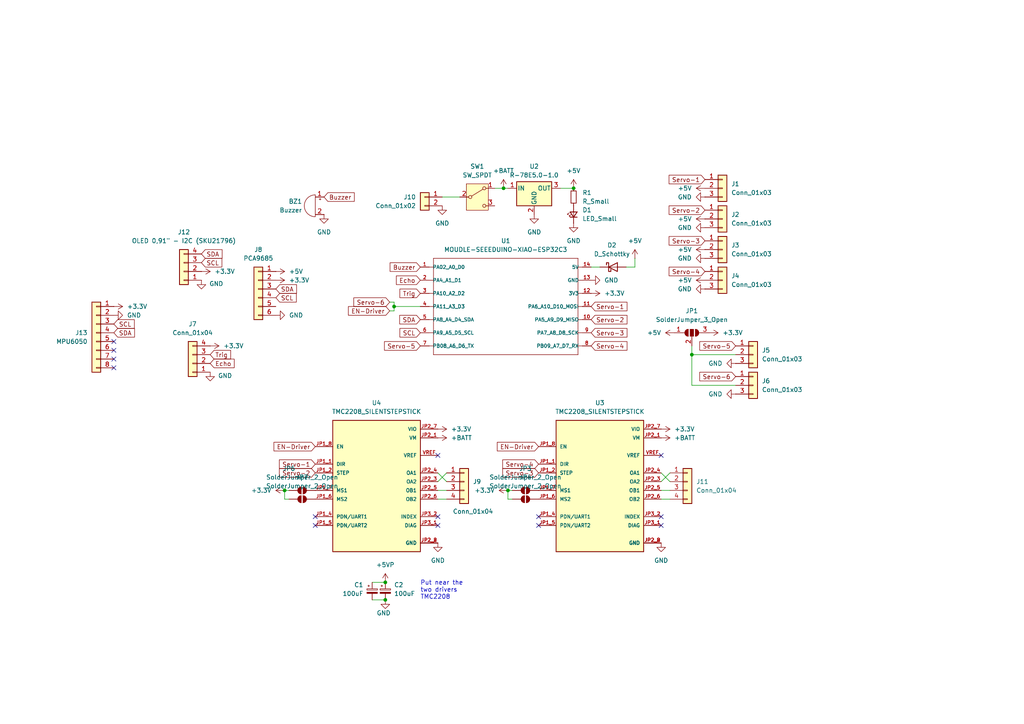
<source format=kicad_sch>
(kicad_sch (version 20231120) (generator "eeschema") (generator_version "8.0")
  (paper "A4")
  (lib_symbols
    (symbol "Connector_Generic:Conn_01x02" (pin_names (offset 1.016) hide)
      (property "Reference" "J" (at 0 2.54 0))
      (property "Value" "Conn_01x02" (at 0 -5.08 0))
      (symbol "Conn_01x02_1_1"
        (rectangle (start -1.27 -2.413) (end 0 -2.667) (stroke (width 0.1524)))
        (rectangle (start -1.27 0.127) (end 0 -0.127) (stroke (width 0.1524)))
        (rectangle (start -1.27 1.27) (end 1.27 -3.81) (stroke (width 0.254)) (fill (type background)))
        (pin passive line (at -5.08 0 0) (length 3.81) (name "Pin_1") (number "1"))
        (pin passive line (at -5.08 -2.54 0) (length 3.81) (name "Pin_2") (number "2"))
      )
    )
    (symbol "Connector_Generic:Conn_01x03" (pin_names (offset 1.016) hide)
      (property "Reference" "J" (at 0 5.08 0))
      (property "Value" "Conn_01x03" (at 0 -5.08 0))
      (symbol "Conn_01x03_1_1"
        (rectangle (start -1.27 -2.413) (end 0 -2.667) (stroke (width 0.1524)))
        (rectangle (start -1.27 0.127) (end 0 -0.127) (stroke (width 0.1524)))
        (rectangle (start -1.27 2.667) (end 0 2.413) (stroke (width 0.1524)))
        (rectangle (start -1.27 3.81) (end 1.27 -3.81) (stroke (width 0.254)) (fill (type background)))
        (pin passive line (at -5.08 2.54 0) (length 3.81) (name "Pin_1") (number "1"))
        (pin passive line (at -5.08 0 0) (length 3.81) (name "Pin_2") (number "2"))
        (pin passive line (at -5.08 -2.54 0) (length 3.81) (name "Pin_3") (number "3"))
      )
    )
    (symbol "Connector_Generic:Conn_01x04" (pin_names (offset 1.016) hide)
      (property "Reference" "J" (at 0 5.08 0))
      (property "Value" "Conn_01x04" (at 0 -7.62 0))
      (symbol "Conn_01x04_1_1"
        (rectangle (start -1.27 -4.953) (end 0 -5.207) (stroke (width 0.1524)))
        (rectangle (start -1.27 -2.413) (end 0 -2.667) (stroke (width 0.1524)))
        (rectangle (start -1.27 0.127) (end 0 -0.127) (stroke (width 0.1524)))
        (rectangle (start -1.27 2.667) (end 0 2.413) (stroke (width 0.1524)))
        (rectangle (start -1.27 3.81) (end 1.27 -6.35) (stroke (width 0.254)) (fill (type background)))
        (pin passive line (at -5.08 2.54 0) (length 3.81) (name "Pin_1") (number "1"))
        (pin passive line (at -5.08 0 0) (length 3.81) (name "Pin_2") (number "2"))
        (pin passive line (at -5.08 -2.54 0) (length 3.81) (name "Pin_3") (number "3"))
        (pin passive line (at -5.08 -5.08 0) (length 3.81) (name "Pin_4") (number "4"))
      )
    )
    (symbol "Connector_Generic:Conn_01x06" (pin_names (offset 1.016) hide)
      (property "Reference" "J" (at 0 7.62 0))
      (property "Value" "Conn_01x06" (at 0 -10.16 0))
      (symbol "Conn_01x06_1_1"
        (rectangle (start -1.27 -7.493) (end 0 -7.747) (stroke (width 0.1524)))
        (rectangle (start -1.27 -4.953) (end 0 -5.207) (stroke (width 0.1524)))
        (rectangle (start -1.27 -2.413) (end 0 -2.667) (stroke (width 0.1524)))
        (rectangle (start -1.27 0.127) (end 0 -0.127) (stroke (width 0.1524)))
        (rectangle (start -1.27 2.667) (end 0 2.413) (stroke (width 0.1524)))
        (rectangle (start -1.27 5.207) (end 0 4.953) (stroke (width 0.1524)))
        (rectangle (start -1.27 6.35) (end 1.27 -8.89) (stroke (width 0.254)) (fill (type background)))
        (pin passive line (at -5.08 5.08 0) (length 3.81) (name "Pin_1") (number "1"))
        (pin passive line (at -5.08 2.54 0) (length 3.81) (name "Pin_2") (number "2"))
        (pin passive line (at -5.08 0 0) (length 3.81) (name "Pin_3") (number "3"))
        (pin passive line (at -5.08 -2.54 0) (length 3.81) (name "Pin_4") (number "4"))
        (pin passive line (at -5.08 -5.08 0) (length 3.81) (name "Pin_5") (number "5"))
        (pin passive line (at -5.08 -7.62 0) (length 3.81) (name "Pin_6") (number "6"))
      )
    )
    (symbol "Connector_Generic:Conn_01x08" (pin_names (offset 1.016) hide)
      (property "Reference" "J" (at 0 10.16 0))
      (property "Value" "Conn_01x08" (at 0 -12.7 0))
      (symbol "Conn_01x08_1_1"
        (rectangle (start -1.27 -10.033) (end 0 -10.287) (stroke (width 0.1524)))
        (rectangle (start -1.27 -7.493) (end 0 -7.747) (stroke (width 0.1524)))
        (rectangle (start -1.27 -4.953) (end 0 -5.207) (stroke (width 0.1524)))
        (rectangle (start -1.27 -2.413) (end 0 -2.667) (stroke (width 0.1524)))
        (rectangle (start -1.27 0.127) (end 0 -0.127) (stroke (width 0.1524)))
        (rectangle (start -1.27 2.667) (end 0 2.413) (stroke (width 0.1524)))
        (rectangle (start -1.27 5.207) (end 0 4.953) (stroke (width 0.1524)))
        (rectangle (start -1.27 7.747) (end 0 7.493) (stroke (width 0.1524)))
        (rectangle (start -1.27 8.89) (end 1.27 -11.43) (stroke (width 0.254)) (fill (type background)))
        (pin passive line (at -5.08 7.62 0) (length 3.81) (name "Pin_1") (number "1"))
        (pin passive line (at -5.08 5.08 0) (length 3.81) (name "Pin_2") (number "2"))
        (pin passive line (at -5.08 2.54 0) (length 3.81) (name "Pin_3") (number "3"))
        (pin passive line (at -5.08 0 0) (length 3.81) (name "Pin_4") (number "4"))
        (pin passive line (at -5.08 -2.54 0) (length 3.81) (name "Pin_5") (number "5"))
        (pin passive line (at -5.08 -5.08 0) (length 3.81) (name "Pin_6") (number "6"))
        (pin passive line (at -5.08 -7.62 0) (length 3.81) (name "Pin_7") (number "7"))
        (pin passive line (at -5.08 -10.16 0) (length 3.81) (name "Pin_8") (number "8"))
      )
    )
    (symbol "Device:Buzzer" (pin_names (offset 0.0254) hide)
      (property "Reference" "BZ" (at 3.81 1.27 0))
      (property "Value" "Buzzer" (at 3.81 -1.27 0))
      (symbol "Buzzer_0_1"
        (arc (start 0 -3.175) (mid 3.1612 0) (end 0 3.175))
        (polyline (pts (xy -1.651 1.905) (xy -1.143 1.905)))
        (polyline (pts (xy -1.397 2.159) (xy -1.397 1.651)))
        (polyline (pts (xy 0 3.175) (xy 0 -3.175)))
      )
      (symbol "Buzzer_1_1"
        (pin passive line (at -2.54 2.54 0) (length 2.54) (name "+") (number "1"))
        (pin passive line (at -2.54 -2.54 0) (length 2.54) (name "-") (number "2"))
      )
    )
    (symbol "Device:C_Polarized_Small" (pin_numbers hide) (pin_names (offset 0.254) hide)
      (property "Reference" "C" (at 0.254 1.778 0))
      (property "Value" "C_Polarized_Small" (at 0.254 -2.032 0))
      (symbol "C_Polarized_Small_0_1"
        (rectangle (start -1.524 -0.3048) (end 1.524 -0.6858) (fill (type outline)))
        (rectangle (start -1.524 0.6858) (end 1.524 0.3048))
        (polyline (pts (xy -1.27 1.524) (xy -0.762 1.524)))
        (polyline (pts (xy -1.016 1.27) (xy -1.016 1.778)))
      )
      (symbol "C_Polarized_Small_1_1"
        (pin passive line (at 0 2.54 270) (length 1.8542) (name "~") (number "1"))
        (pin passive line (at 0 -2.54 90) (length 1.8542) (name "~") (number "2"))
      )
    )
    (symbol "Device:D_Schottky" (pin_numbers hide) (pin_names (offset 1.016) hide)
      (property "Reference" "D" (at 0 2.54 0))
      (property "Value" "D_Schottky" (at 0 -2.54 0))
      (symbol "D_Schottky_0_1"
        (polyline (pts (xy 1.27 0) (xy -1.27 0)))
        (polyline (pts (xy 1.27 1.27) (xy 1.27 -1.27) (xy -1.27 0) (xy 1.27 1.27)) (stroke (width 0.254)))
        (polyline (pts (xy -1.905 0.635) (xy -1.905 1.27) (xy -1.27 1.27) (xy -1.27 -1.27) (xy -0.635 -1.27) (xy -0.635 -0.635)) (stroke (width 0.254)))
      )
      (symbol "D_Schottky_1_1"
        (pin passive line (at -3.81 0 0) (length 2.54) (name "K") (number "1"))
        (pin passive line (at 3.81 0 180) (length 2.54) (name "A") (number "2"))
      )
    )
    (symbol "Device:LED_Small" (pin_numbers hide) (pin_names (offset 0.254) hide)
      (property "Reference" "D" (at -1.27 3.175 0))
      (property "Value" "LED_Small" (at -4.445 -2.54 0))
      (symbol "LED_Small_0_1"
        (polyline (pts (xy -0.762 -1.016) (xy -0.762 1.016)) (stroke (width 0.254)))
        (polyline (pts (xy 1.016 0) (xy -0.762 0)))
        (polyline (pts (xy 0.762 -1.016) (xy -0.762 0) (xy 0.762 1.016) (xy 0.762 -1.016)) (stroke (width 0.254)))
        (polyline (pts (xy 0 0.762) (xy -0.508 1.27) (xy -0.254 1.27) (xy -0.508 1.27) (xy -0.508 1.016)))
        (polyline (pts (xy 0.508 1.27) (xy 0 1.778) (xy 0.254 1.778) (xy 0 1.778) (xy 0 1.524)))
      )
      (symbol "LED_Small_1_1"
        (pin passive line (at -2.54 0 0) (length 1.778) (name "K") (number "1"))
        (pin passive line (at 2.54 0 180) (length 1.778) (name "A") (number "2"))
      )
    )
    (symbol "Device:R_Small" (pin_numbers hide) (pin_names (offset 0.254) hide)
      (property "Reference" "R" (at 0.762 0.508 0))
      (property "Value" "R_Small" (at 0.762 -1.016 0))
      (symbol "R_Small_0_1"
        (rectangle (start -0.762 1.778) (end 0.762 -1.778) (stroke (width 0.2032)))
      )
      (symbol "R_Small_1_1"
        (pin passive line (at 0 2.54 270) (length 0.762) (name "~") (number "1"))
        (pin passive line (at 0 -2.54 90) (length 0.762) (name "~") (number "2"))
      )
    )
    (symbol "Jumper:SolderJumper_2_Open" (pin_numbers hide) (pin_names (offset 0) hide) (exclude_from_sim yes) (in_bom no)
      (property "Reference" "JP" (at 0 2.032 0))
      (property "Value" "SolderJumper_2_Open" (at 0 -2.54 0))
      (symbol "SolderJumper_2_Open_0_1"
        (arc (start -0.254 1.016) (mid -1.2656 0) (end -0.254 -1.016))
        (arc (start -0.254 1.016) (mid -1.2656 0) (end -0.254 -1.016) (fill (type outline)))
        (polyline (pts (xy -0.254 1.016) (xy -0.254 -1.016)))
        (polyline (pts (xy 0.254 1.016) (xy 0.254 -1.016)))
        (arc (start 0.254 -1.016) (mid 1.2656 0) (end 0.254 1.016))
        (arc (start 0.254 -1.016) (mid 1.2656 0) (end 0.254 1.016) (fill (type outline)))
      )
      (symbol "SolderJumper_2_Open_1_1"
        (pin passive line (at -3.81 0 0) (length 2.54) (name "A") (number "1"))
        (pin passive line (at 3.81 0 180) (length 2.54) (name "B") (number "2"))
      )
    )
    (symbol "Jumper:SolderJumper_3_Open" (pin_names (offset 0) hide) (exclude_from_sim yes) (in_bom no)
      (property "Reference" "JP" (at -2.54 -2.54 0))
      (property "Value" "SolderJumper_3_Open" (at 0 2.794 0))
      (symbol "SolderJumper_3_Open_0_1"
        (arc (start -1.016 1.016) (mid -2.0276 0) (end -1.016 -1.016))
        (arc (start -1.016 1.016) (mid -2.0276 0) (end -1.016 -1.016) (fill (type outline)))
        (rectangle (start -0.508 1.016) (end 0.508 -1.016) (fill (type outline)))
        (polyline (pts (xy -2.54 0) (xy -2.032 0)))
        (polyline (pts (xy -1.016 1.016) (xy -1.016 -1.016)))
        (polyline (pts (xy 0 -1.27) (xy 0 -1.016)))
        (polyline (pts (xy 1.016 1.016) (xy 1.016 -1.016)))
        (polyline (pts (xy 2.54 0) (xy 2.032 0)))
        (arc (start 1.016 -1.016) (mid 2.0276 0) (end 1.016 1.016))
        (arc (start 1.016 -1.016) (mid 2.0276 0) (end 1.016 1.016) (fill (type outline)))
      )
      (symbol "SolderJumper_3_Open_1_1"
        (pin passive line (at -5.08 0 0) (length 2.54) (name "A") (number "1"))
        (pin passive line (at 0 -3.81 90) (length 2.54) (name "C") (number "2"))
        (pin passive line (at 5.08 0 180) (length 2.54) (name "B") (number "3"))
      )
    )
    (symbol "MOUDLE-SEEEDUINO-XIAO-ESP32C3:MOUDLE-SEEEDUINO-XIAO-ESP32C3" (pin_names (offset 1.016))
      (property "Reference" "U" (at -21.59 15.24 0))
      (property "Value" "MOUDLE-SEEEDUINO-XIAO-ESP32C3" (at -21.59 13.97 0))
      (symbol "MOUDLE-SEEEDUINO-XIAO-ESP32C3_0_0"
        (polyline (pts (xy -21.59 -13.97) (xy -21.59 0)) (stroke (width 0.1524)))
        (polyline (pts (xy -21.59 -11.43) (xy -22.86 -11.43)) (stroke (width 0.1524)))
        (polyline (pts (xy -21.59 -7.62) (xy -22.86 -7.62)) (stroke (width 0.1524)))
        (polyline (pts (xy -21.59 -3.81) (xy -22.86 -3.81)) (stroke (width 0.1524)))
        (polyline (pts (xy -21.59 0) (xy -22.86 0)) (stroke (width 0.1524)))
        (polyline (pts (xy -21.59 0) (xy -21.59 3.81)) (stroke (width 0.1524)))
        (polyline (pts (xy -21.59 3.81) (xy -22.86 3.81)) (stroke (width 0.1524)))
        (polyline (pts (xy -21.59 3.81) (xy -21.59 7.62)) (stroke (width 0.1524)))
        (polyline (pts (xy -21.59 7.62) (xy -22.86 7.62)) (stroke (width 0.1524)))
        (polyline (pts (xy -21.59 7.62) (xy -21.59 11.43)) (stroke (width 0.1524)))
        (polyline (pts (xy -21.59 11.43) (xy -22.86 11.43)) (stroke (width 0.1524)))
        (polyline (pts (xy -21.59 11.43) (xy -21.59 13.97)) (stroke (width 0.1524)))
        (polyline (pts (xy -21.59 13.97) (xy 20.32 13.97)) (stroke (width 0.1524)))
        (polyline (pts (xy 20.32 -13.97) (xy -21.59 -13.97)) (stroke (width 0.1524)))
        (polyline (pts (xy 20.32 3.81) (xy 20.32 -13.97)) (stroke (width 0.1524)))
        (polyline (pts (xy 20.32 7.62) (xy 20.32 3.81)) (stroke (width 0.1524)))
        (polyline (pts (xy 20.32 11.43) (xy 20.32 7.62)) (stroke (width 0.1524)))
        (polyline (pts (xy 20.32 13.97) (xy 20.32 11.43)) (stroke (width 0.1524)))
        (polyline (pts (xy 21.59 -11.43) (xy 20.32 -11.43)) (stroke (width 0.1524)))
        (polyline (pts (xy 21.59 -7.62) (xy 20.32 -7.62)) (stroke (width 0.1524)))
        (polyline (pts (xy 21.59 -3.81) (xy 20.32 -3.81)) (stroke (width 0.1524)))
        (polyline (pts (xy 21.59 0) (xy 20.32 0)) (stroke (width 0.1524)))
        (polyline (pts (xy 21.59 3.81) (xy 20.32 3.81)) (stroke (width 0.1524)))
        (polyline (pts (xy 21.59 7.62) (xy 20.32 7.62)) (stroke (width 0.1524)))
        (polyline (pts (xy 21.59 11.43) (xy 20.32 11.43)) (stroke (width 0.1524)))
        (pin bidirectional line (at -25.4 11.43 0) (length 2.54) (name "PA02_A0_D0") (number "1"))
        (pin bidirectional line (at 24.13 -3.81 180) (length 2.54) (name "PA5_A9_D9_MISO") (number "10"))
        (pin bidirectional line (at 24.13 0 180) (length 2.54) (name "PA6_A10_D10_MOSI") (number "11"))
        (pin bidirectional line (at 24.13 3.81 180) (length 2.54) (name "3V3") (number "12"))
        (pin bidirectional line (at 24.13 7.62 180) (length 2.54) (name "GND") (number "13"))
        (pin bidirectional line (at 24.13 11.43 180) (length 2.54) (name "5V") (number "14"))
        (pin bidirectional line (at -25.4 7.62 0) (length 2.54) (name "PA4_A1_D1") (number "2"))
        (pin bidirectional line (at -25.4 3.81 0) (length 2.54) (name "PA10_A2_D2") (number "3"))
        (pin bidirectional line (at -25.4 0 0) (length 2.54) (name "PA11_A3_D3") (number "4"))
        (pin bidirectional line (at -25.4 -3.81 0) (length 2.54) (name "PA8_A4_D4_SDA") (number "5"))
        (pin bidirectional line (at -25.4 -7.62 0) (length 2.54) (name "PA9_A5_D5_SCL") (number "6"))
        (pin bidirectional line (at -25.4 -11.43 0) (length 2.54) (name "PB08_A6_D6_TX") (number "7"))
        (pin bidirectional line (at 24.13 -11.43 180) (length 2.54) (name "PB09_A7_D7_RX") (number "8"))
        (pin bidirectional line (at 24.13 -7.62 180) (length 2.54) (name "PA7_A8_D8_SCK") (number "9"))
      )
    )
    (symbol "Regulator_Switching:R-78E5.0-1.0" (pin_names (offset 0.254))
      (property "Reference" "U" (at -3.81 3.175 0))
      (property "Value" "R-78E5.0-1.0" (at 0 3.175 0))
      (symbol "R-78E5.0-1.0_0_1"
        (rectangle (start -5.08 1.905) (end 5.08 -5.08) (stroke (width 0.254)) (fill (type background)))
      )
      (symbol "R-78E5.0-1.0_1_1"
        (pin power_in line (at -7.62 0 0) (length 2.54) (name "IN") (number "1"))
        (pin power_in line (at 0 -7.62 90) (length 2.54) (name "GND") (number "2"))
        (pin power_out line (at 7.62 0 180) (length 2.54) (name "OUT") (number "3"))
      )
    )
    (symbol "Switch:SW_SPDT" (pin_names (offset 0) hide)
      (property "Reference" "SW" (at 0 5.08 0))
      (property "Value" "SW_SPDT" (at 0 -5.08 0))
      (symbol "SW_SPDT_0_1"
        (circle (center -2.032 0) (radius 0.4572))
        (polyline (pts (xy -1.651 0.254) (xy 1.651 2.286)))
        (circle (center 2.032 -2.54) (radius 0.4572))
        (circle (center 2.032 2.54) (radius 0.4572))
      )
      (symbol "SW_SPDT_1_1"
        (rectangle (start -3.175 3.81) (end 3.175 -3.81) (fill (type background)))
        (pin passive line (at 5.08 2.54 180) (length 2.54) (name "A") (number "1"))
        (pin passive line (at -5.08 0 0) (length 2.54) (name "B") (number "2"))
        (pin passive line (at 5.08 -2.54 180) (length 2.54) (name "C") (number "3"))
      )
    )
    (symbol "TMC2208_SILENTSTEPSTICK:TMC2208_SILENTSTEPSTICK" (pin_names (offset 1.016))
      (property "Reference" "U" (at -12.7 19.05 0))
      (property "Value" "TMC2208_SILENTSTEPSTICK" (at -12.7 -22.86 0))
      (symbol "TMC2208_SILENTSTEPSTICK_0_0"
        (rectangle (start -12.7 -20.32) (end 12.7 17.78) (stroke (width 0.254)) (fill (type background)))
        (pin input line (at -17.78 5.08 0) (length 5.08) (name "DIR") (number "JP1_1"))
        (pin input line (at -17.78 2.54 0) (length 5.08) (name "STEP") (number "JP1_2"))
        (pin bidirectional line (at -17.78 -10.16 0) (length 5.08) (name "PDN/UART1") (number "JP1_4"))
        (pin bidirectional line (at -17.78 -12.7 0) (length 5.08) (name "PDN/UART2") (number "JP1_5"))
        (pin input line (at -17.78 -5.08 0) (length 5.08) (name "MS2") (number "JP1_6"))
        (pin input line (at -17.78 -2.54 0) (length 5.08) (name "MS1") (number "JP1_7"))
        (pin input line (at -17.78 10.16 0) (length 5.08) (name "EN") (number "JP1_8"))
        (pin power_in line (at 17.78 12.7 180) (length 5.08) (name "VM") (number "JP2_1"))
        (pin power_in line (at 17.78 -17.78 180) (length 5.08) (name "GND") (number "JP2_2"))
        (pin passive line (at 17.78 0 180) (length 5.08) (name "OA2") (number "JP2_3"))
        (pin passive line (at 17.78 2.54 180) (length 5.08) (name "OA1") (number "JP2_4"))
        (pin passive line (at 17.78 -2.54 180) (length 5.08) (name "OB1") (number "JP2_5"))
        (pin passive line (at 17.78 -5.08 180) (length 5.08) (name "OB2") (number "JP2_6"))
        (pin power_in line (at 17.78 15.24 180) (length 5.08) (name "VIO") (number "JP2_7"))
        (pin power_in line (at 17.78 -17.78 180) (length 5.08) (name "GND") (number "JP2_8"))
        (pin output line (at 17.78 -12.7 180) (length 5.08) (name "DIAG") (number "JP3_1"))
        (pin output line (at 17.78 -10.16 180) (length 5.08) (name "INDEX") (number "JP3_2"))
        (pin passive line (at 17.78 7.62 180) (length 5.08) (name "VREF") (number "VREF"))
      )
    )
    (symbol "power:+3.3V" (power) (pin_numbers hide) (pin_names (offset 0) hide)
      (property "Value" "+3.3V" (at 0 3.556 0))
      (symbol "+3.3V_0_1"
        (polyline (pts (xy -0.762 1.27) (xy 0 2.54)))
        (polyline (pts (xy 0 0) (xy 0 2.54)))
        (polyline (pts (xy 0 2.54) (xy 0.762 1.27)))
      )
      (symbol "+3.3V_1_1"
        (pin power_in line (at 0 0 90) (length 0) (name "~") (number "1"))
      )
    )
    (symbol "power:+5V" (power) (pin_numbers hide) (pin_names (offset 0) hide)
      (property "Value" "+5V" (at 0 3.556 0))
      (symbol "+5V_0_1"
        (polyline (pts (xy -0.762 1.27) (xy 0 2.54)))
        (polyline (pts (xy 0 0) (xy 0 2.54)))
        (polyline (pts (xy 0 2.54) (xy 0.762 1.27)))
      )
      (symbol "+5V_1_1"
        (pin power_in line (at 0 0 90) (length 0) (name "~") (number "1"))
      )
    )
    (symbol "power:+5VP" (power) (pin_names (offset 0))
      (property "Value" "+5VP" (at 0 3.556 0))
      (symbol "+5VP_0_1"
        (polyline (pts (xy -0.762 1.27) (xy 0 2.54)))
        (polyline (pts (xy 0 0) (xy 0 2.54)))
        (polyline (pts (xy 0 2.54) (xy 0.762 1.27)))
      )
      (symbol "+5VP_1_1"
        (pin power_in line (at 0 0 90) (length 0) hide (name "+5VP") (number "1"))
      )
    )
    (symbol "power:+BATT" (power) (pin_numbers hide) (pin_names (offset 0) hide)
      (property "Value" "+BATT" (at 0 3.556 0))
      (symbol "+BATT_0_1"
        (polyline (pts (xy -0.762 1.27) (xy 0 2.54)))
        (polyline (pts (xy 0 0) (xy 0 2.54)))
        (polyline (pts (xy 0 2.54) (xy 0.762 1.27)))
      )
      (symbol "+BATT_1_1"
        (pin power_in line (at 0 0 90) (length 0) (name "~") (number "1"))
      )
    )
    (symbol "power:GND" (power) (pin_numbers hide) (pin_names (offset 0) hide)
      (property "Value" "GND" (at 0 -3.81 0))
      (symbol "GND_0_1"
        (polyline (pts (xy 0 0) (xy 0 -1.27) (xy 1.27 -1.27) (xy 0 -2.54) (xy -1.27 -1.27) (xy 0 -1.27)))
      )
      (symbol "GND_1_1"
        (pin power_in line (at 0 0 270) (length 0) (name "~") (number "1"))
      )
    )
  )
  (junction (at 111.76 173.99))
  (junction (at 111.76 168.91))
  (junction (at 114.3 88.9))
  (junction (at 200.66 102.87))
  (junction (at 146.05 54.61))
  (junction (at 82.55 142.24))
  (junction (at 166.37 54.61))
  (junction (at 147.32 142.24))
  (no_connect (at 127 149.86))
  (no_connect (at 127 132.08))
  (no_connect (at 33.02 101.6))
  (no_connect (at 33.02 104.14))
  (no_connect (at 191.77 132.08))
  (no_connect (at 191.77 152.4))
  (no_connect (at 33.02 99.06))
  (no_connect (at 191.77 149.86))
  (no_connect (at 156.21 152.4))
  (no_connect (at 91.44 152.4))
  (no_connect (at 156.21 149.86))
  (no_connect (at 127 152.4))
  (no_connect (at 91.44 149.86))
  (no_connect (at 33.02 106.68))
  (wire (pts (xy 166.37 54.61) (xy 162.56 54.61)))
  (wire (pts (xy 146.05 54.61) (xy 147.32 54.61)))
  (wire (pts (xy 129.54 144.78) (xy 127 144.78)))
  (wire (pts (xy 147.32 142.24) (xy 148.59 142.24)))
  (wire (pts (xy 128.27 57.15) (xy 133.35 57.15)))
  (wire (pts (xy 184.15 77.47) (xy 184.15 74.93)))
  (wire (pts (xy 213.36 102.87) (xy 200.66 102.87)))
  (wire (pts (xy 213.36 111.76) (xy 200.66 111.76)))
  (wire (pts (xy 114.3 88.9) (xy 121.92 88.9)))
  (wire (pts (xy 147.32 144.78) (xy 148.59 144.78)))
  (wire (pts (xy 171.45 77.47) (xy 173.99 77.47)))
  (wire (pts (xy 147.32 142.24) (xy 147.32 144.78)))
  (wire (pts (xy 194.31 144.78) (xy 191.77 144.78)))
  (wire (pts (xy 114.3 87.63) (xy 114.3 88.9)))
  (wire (pts (xy 107.95 173.99) (xy 111.76 173.99)))
  (wire (pts (xy 181.61 77.47) (xy 184.15 77.47)))
  (wire (pts (xy 194.31 142.24) (xy 191.77 142.24)))
  (wire (pts (xy 129.54 142.24) (xy 127 142.24)))
  (wire (pts (xy 113.03 90.17) (xy 114.3 90.17)))
  (wire (pts (xy 200.66 102.87) (xy 200.66 100.33)))
  (wire (pts (xy 113.03 87.63) (xy 114.3 87.63)))
  (wire (pts (xy 127 139.7) (xy 129.54 137.16)))
  (wire (pts (xy 82.55 142.24) (xy 82.55 144.78)))
  (wire (pts (xy 127 137.16) (xy 129.54 139.7)))
  (wire (pts (xy 82.55 142.24) (xy 83.82 142.24)))
  (wire (pts (xy 143.51 54.61) (xy 146.05 54.61)))
  (wire (pts (xy 107.95 168.91) (xy 111.76 168.91)))
  (wire (pts (xy 191.77 139.7) (xy 194.31 137.16)))
  (wire (pts (xy 114.3 88.9) (xy 114.3 90.17)))
  (wire (pts (xy 200.66 111.76) (xy 200.66 102.87)))
  (wire (pts (xy 82.55 144.78) (xy 83.82 144.78)))
  (wire (pts (xy 191.77 137.16) (xy 194.31 139.7)))
  (text "Put near the \ntwo drivers\nTMC2208" (at 121.92 173.99 0) (effects (font (size 1.27 1.27)) (justify left bottom)))
  (global_label "SCL" (shape input) (at 80.01 86.36 0) (property "Intersheetrefs" "${INTERSHEET_REFS}" (effects (hide yes))))
  (global_label "Servo-5" (shape input) (at 121.92 100.33 180) (property "Intersheetrefs" "${INTERSHEET_REFS}" (effects (hide yes))))
  (global_label "Servo-6" (shape input) (at 113.03 87.63 180) (property "Intersheetrefs" "${INTERSHEET_REFS}" (effects (hide yes))))
  (global_label "SCL" (shape input) (at 58.42 76.2 0) (property "Intersheetrefs" "${INTERSHEET_REFS}" (effects (hide yes))))
  (global_label "EN-Driver" (shape input) (at 113.03 90.17 180) (property "Intersheetrefs" "${INTERSHEET_REFS}" (effects (hide yes))))
  (global_label "Servo-4" (shape input) (at 156.21 134.62 180) (property "Intersheetrefs" "${INTERSHEET_REFS}" (effects (hide yes))))
  (global_label "Servo-1" (shape input) (at 91.44 134.62 180) (property "Intersheetrefs" "${INTERSHEET_REFS}" (effects (hide yes))))
  (global_label "Trig" (shape input) (at 60.96 102.87 0) (property "Intersheetrefs" "${INTERSHEET_REFS}" (effects (hide yes))))
  (global_label "SDA" (shape input) (at 80.01 83.82 0) (property "Intersheetrefs" "${INTERSHEET_REFS}" (effects (hide yes))))
  (global_label "SDA" (shape input) (at 33.02 96.52 0) (property "Intersheetrefs" "${INTERSHEET_REFS}" (effects (hide yes))))
  (global_label "Servo-4" (shape input) (at 204.47 78.74 180) (property "Intersheetrefs" "${INTERSHEET_REFS}" (effects (hide yes))))
  (global_label "Servo-2" (shape input) (at 204.47 60.96 180) (property "Intersheetrefs" "${INTERSHEET_REFS}" (effects (hide yes))))
  (global_label "EN-Driver" (shape input) (at 91.44 129.54 180) (property "Intersheetrefs" "${INTERSHEET_REFS}" (effects (hide yes))))
  (global_label "EN-Driver" (shape input) (at 156.21 129.54 180) (property "Intersheetrefs" "${INTERSHEET_REFS}" (effects (hide yes))))
  (global_label "Servo-2" (shape input) (at 91.44 137.16 180) (property "Intersheetrefs" "${INTERSHEET_REFS}" (effects (hide yes))))
  (global_label "Buzzer" (shape input) (at 121.92 77.47 180) (property "Intersheetrefs" "${INTERSHEET_REFS}" (effects (hide yes))))
  (global_label "Servo-1" (shape input) (at 171.45 88.9 0) (property "Intersheetrefs" "${INTERSHEET_REFS}" (effects (hide yes))))
  (global_label "Servo-1" (shape input) (at 204.47 52.07 180) (property "Intersheetrefs" "${INTERSHEET_REFS}" (effects (hide yes))))
  (global_label "SDA" (shape input) (at 121.92 92.71 180) (property "Intersheetrefs" "${INTERSHEET_REFS}" (effects (hide yes))))
  (global_label "Servo-3" (shape input) (at 204.47 69.85 180) (property "Intersheetrefs" "${INTERSHEET_REFS}" (effects (hide yes))))
  (global_label "Servo-2" (shape input) (at 171.45 92.71 0) (property "Intersheetrefs" "${INTERSHEET_REFS}" (effects (hide yes))))
  (global_label "SCL" (shape input) (at 33.02 93.98 0) (property "Intersheetrefs" "${INTERSHEET_REFS}" (effects (hide yes))))
  (global_label "Servo-6" (shape input) (at 213.36 109.22 180) (property "Intersheetrefs" "${INTERSHEET_REFS}" (effects (hide yes))))
  (global_label "Echo" (shape input) (at 121.92 81.28 180) (property "Intersheetrefs" "${INTERSHEET_REFS}" (effects (hide yes))))
  (global_label "Servo-3" (shape input) (at 156.21 137.16 180) (property "Intersheetrefs" "${INTERSHEET_REFS}" (effects (hide yes))))
  (global_label "Echo" (shape input) (at 60.96 105.41 0) (property "Intersheetrefs" "${INTERSHEET_REFS}" (effects (hide yes))))
  (global_label "Trig" (shape input) (at 121.92 85.09 180) (property "Intersheetrefs" "${INTERSHEET_REFS}" (effects (hide yes))))
  (global_label "SDA" (shape input) (at 58.42 73.66 0) (property "Intersheetrefs" "${INTERSHEET_REFS}" (effects (hide yes))))
  (global_label "Buzzer" (shape input) (at 93.98 57.15 0) (property "Intersheetrefs" "${INTERSHEET_REFS}" (effects (hide yes))))
  (global_label "SCL" (shape input) (at 121.92 96.52 180) (property "Intersheetrefs" "${INTERSHEET_REFS}" (effects (hide yes))))
  (global_label "Servo-4" (shape input) (at 171.45 100.33 0) (property "Intersheetrefs" "${INTERSHEET_REFS}" (effects (hide yes))))
  (global_label "Servo-3" (shape input) (at 171.45 96.52 0) (property "Intersheetrefs" "${INTERSHEET_REFS}" (effects (hide yes))))
  (global_label "Servo-5" (shape input) (at 213.36 100.33 180) (property "Intersheetrefs" "${INTERSHEET_REFS}" (effects (hide yes))))
  (symbol (lib_id "power:GND") (at 58.42 81.28 0) (unit 1)
    (property "Reference" "#PWR032" (effects (hide yes)))
    (property "Value" "GND" (at 62.738 82.296 0))
    (property "Description" "Power symbol creates a global label with name \"GND\" , ground" (effects (hide yes)))
  )
  (symbol (lib_id "power:GND") (at 171.45 81.28 90) (unit 1)
    (property "Reference" "#PWR05" (effects (hide yes)))
    (property "Value" "GND" (at 175.26 81.2799 90) (effects (justify right)))
    (property "Description" "Power symbol creates a global label with name \"GND\" , ground" (effects (hide yes)))
  )
  (symbol (lib_id "Connector_Generic:Conn_01x06") (at 74.93 83.82 0) (mirror y) (unit 1)
    (property "Reference" "J8" (at 74.93 72.39 0))
    (property "Value" "PCA9685" (at 74.93 74.93 0))
    (property "Footprint" "Connector_PinSocket_2.54mm:PinSocket_1x06_P2.54mm_Vertical" (effects (hide yes)))
    (property "Description" "Generic connector, single row, 01x06, script generated (kicad-library-utils/schlib/autogen/connector/)" (effects (hide yes)))
  )
  (symbol (lib_id "Connector_Generic:Conn_01x03") (at 209.55 81.28 0) (unit 1)
    (property "Reference" "J4" (at 212.09 80.0099 0) (effects (justify left)))
    (property "Value" "Conn_01x03" (at 212.09 82.5499 0) (effects (justify left)))
    (property "Footprint" "Connector_PinHeader_2.54mm:PinHeader_1x03_P2.54mm_Vertical" (effects (hide yes)))
    (property "Description" "Generic connector, single row, 01x03, script generated (kicad-library-utils/schlib/autogen/connector/)" (effects (hide yes)))
  )
  (symbol (lib_id "power:+3.3V") (at 58.42 78.74 270) (unit 1)
    (property "Reference" "#PWR031" (effects (hide yes)))
    (property "Value" "+3.3V" (at 62.23 78.7399 90) (effects (justify left)))
    (property "Description" "Power symbol creates a global label with name \"+3.3V\"" (effects (hide yes)))
  )
  (symbol (lib_id "Connector_Generic:Conn_01x03") (at 218.44 111.76 0) (unit 1)
    (property "Reference" "J6" (at 220.98 110.4899 0) (effects (justify left)))
    (property "Value" "Conn_01x03" (at 220.98 113.0299 0) (effects (justify left)))
    (property "Footprint" "Connector_PinHeader_2.54mm:PinHeader_1x03_P2.54mm_Vertical" (effects (hide yes)))
    (property "Description" "Generic connector, single row, 01x03, script generated (kicad-library-utils/schlib/autogen/connector/)" (effects (hide yes)))
  )
  (symbol (lib_id "power:GND") (at 204.47 57.15 270) (unit 1)
    (property "Reference" "#PWR08" (effects (hide yes)))
    (property "Value" "GND" (at 200.66 57.1499 90) (effects (justify right)))
    (property "Description" "Power symbol creates a global label with name \"GND\" , ground" (effects (hide yes)))
  )
  (symbol (lib_id "Connector_Generic:Conn_01x08") (at 27.94 96.52 0) (mirror y) (unit 1)
    (property "Reference" "J13" (at 25.4 96.5199 0) (effects (justify left)))
    (property "Value" "MPU6050" (at 25.4 99.0599 0) (effects (justify left)))
    (property "Footprint" "Connector_PinSocket_2.54mm:PinSocket_1x08_P2.54mm_Vertical" (effects (hide yes)))
    (property "Description" "Generic connector, single row, 01x08, script generated (kicad-library-utils/schlib/autogen/connector/)" (effects (hide yes)))
  )
  (symbol (lib_id "power:GND") (at 204.47 66.04 270) (unit 1)
    (property "Reference" "#PWR010" (effects (hide yes)))
    (property "Value" "GND" (at 200.66 66.0399 90) (effects (justify right)))
    (property "Description" "Power symbol creates a global label with name \"GND\" , ground" (effects (hide yes)))
  )
  (symbol (lib_id "power:GND") (at 154.94 62.23 0) (unit 1)
    (property "Reference" "#PWR03" (effects (hide yes)))
    (property "Value" "GND" (at 154.94 67.31 0))
    (property "Description" "Power symbol creates a global label with name \"GND\" , ground" (effects (hide yes)))
  )
  (symbol (lib_id "Jumper:SolderJumper_3_Open") (at 200.66 96.52 0) (unit 1) (exclude_from_sim yes) (in_bom no)
    (property "Reference" "JP1" (at 200.66 90.17 0))
    (property "Value" "SolderJumper_3_Open" (at 200.66 92.71 0))
    (property "Footprint" "Jumper:SolderJumper-3_P2.0mm_Open_TrianglePad1.0x1.5mm_NumberLabels" (effects (hide yes)))
    (property "Description" "Solder Jumper, 3-pole, open" (effects (hide yes)))
  )
  (symbol (lib_id "power:+3.3V") (at 80.01 81.28 270) (mirror x) (unit 1)
    (property "Reference" "#PWR027" (effects (hide yes)))
    (property "Value" "+3.3V" (at 83.82 81.2801 90) (effects (justify left)))
    (property "Description" "Power symbol creates a global label with name \"+3.3V\"" (effects (hide yes)))
  )
  (symbol (lib_id "Regulator_Switching:R-78E5.0-1.0") (at 154.94 54.61 0) (unit 1)
    (property "Reference" "U2" (at 154.94 48.26 0))
    (property "Value" "R-78E5.0-1.0" (at 154.94 50.8 0))
    (property "Footprint" "Converter_DCDC:Converter_DCDC_RECOM_R-78E-0.5_THT" (effects (hide yes)))
    (property "Datasheet" "https://www.recom-power.com/pdf/Innoline/R-78Exx-1.0.pdf" (effects (hide yes)))
    (property "Description" "1A Step-Down DC/DC-Regulator, 7-28V input, 5V fixed Output Voltage, LM78xx replacement, -40°C to +85°C, SIP3" (effects (hide yes)))
  )
  (symbol (lib_id "Jumper:SolderJumper_2_Open") (at 87.63 142.24 0) (unit 1) (exclude_from_sim yes) (in_bom no)
    (property "Reference" "JP6" (at 83.82 135.89 0))
    (property "Value" "SolderJumper_2_Open" (at 87.63 138.43 0))
    (property "Footprint" "Jumper:SolderJumper-2_P1.3mm_Open_RoundedPad1.0x1.5mm" (effects (hide yes)))
    (property "Description" "Solder Jumper, 2-pole, open" (effects (hide yes)))
  )
  (symbol (lib_id "Device:R_Small") (at 166.37 57.15 0) (unit 1)
    (property "Reference" "R1" (at 168.91 55.8799 0) (effects (justify left)))
    (property "Value" "R_Small" (at 168.91 58.4199 0) (effects (justify left)))
    (property "Footprint" "Resistor_THT:R_Axial_DIN0207_L6.3mm_D2.5mm_P10.16mm_Horizontal" (effects (hide yes)))
    (property "Description" "Resistor, small symbol" (effects (hide yes)))
  )
  (symbol (lib_id "Device:Buzzer") (at 91.44 59.69 0) (mirror y) (unit 1)
    (property "Reference" "BZ1" (at 87.63 58.4199 0) (effects (justify left)))
    (property "Value" "Buzzer" (at 87.63 60.9599 0) (effects (justify left)))
    (property "Footprint" "Buzzer_Beeper:Buzzer_12x9.5RM7.6" (effects (hide yes)))
    (property "Description" "Buzzer, polarized" (effects (hide yes)))
  )
  (symbol (lib_id "power:+3.3V") (at 191.77 124.46 270) (unit 1)
    (property "Reference" "#PWR033" (effects (hide yes)))
    (property "Value" "+3.3V" (at 195.58 124.4599 90) (effects (justify left)))
    (property "Description" "Power symbol creates a global label with name \"+3.3V\"" (effects (hide yes)))
  )
  (symbol (lib_id "power:GND") (at 33.02 91.44 90) (unit 1)
    (property "Reference" "#PWR038" (effects (hide yes)))
    (property "Value" "GND" (at 36.83 91.4399 90) (effects (justify right)))
    (property "Description" "Power symbol creates a global label with name \"GND\" , ground" (effects (hide yes)))
  )
  (symbol (lib_id "power:+5V") (at 184.15 74.93 0) (unit 1)
    (property "Reference" "#PWR04" (effects (hide yes)))
    (property "Value" "+5V" (at 184.15 69.85 0))
    (property "Description" "Power symbol creates a global label with name \"+5V\"" (effects (hide yes)))
  )
  (symbol (lib_id "power:+5V") (at 204.47 54.61 90) (unit 1)
    (property "Reference" "#PWR07" (effects (hide yes)))
    (property "Value" "+5V" (at 200.66 54.6099 90) (effects (justify left)))
    (property "Description" "Power symbol creates a global label with name \"+5V\"" (effects (hide yes)))
  )
  (symbol (lib_id "Connector_Generic:Conn_01x04") (at 199.39 139.7 0) (unit 1)
    (property "Reference" "J11" (at 201.93 139.6999 0) (effects (justify left)))
    (property "Value" "Conn_01x04" (at 201.93 142.2399 0) (effects (justify left)))
    (property "Footprint" "Connector_PinHeader_2.54mm:PinHeader_1x04_P2.54mm_Vertical" (effects (hide yes)))
    (property "Description" "Generic connector, single row, 01x04, script generated (kicad-library-utils/schlib/autogen/connector/)" (effects (hide yes)))
  )
  (symbol (lib_id "Jumper:SolderJumper_2_Open") (at 152.4 142.24 0) (unit 1) (exclude_from_sim yes) (in_bom no)
    (property "Reference" "JP3" (at 152.4 135.89 0))
    (property "Value" "SolderJumper_2_Open" (at 152.4 138.43 0))
    (property "Footprint" "Jumper:SolderJumper-2_P1.3mm_Open_RoundedPad1.0x1.5mm" (effects (hide yes)))
    (property "Description" "Solder Jumper, 2-pole, open" (effects (hide yes)))
  )
  (symbol (lib_id "power:+BATT") (at 146.05 54.61 0) (unit 1)
    (property "Reference" "#PWR02" (effects (hide yes)))
    (property "Value" "+BATT" (at 146.05 49.53 0))
    (property "Description" "Power symbol creates a global label with name \"+BATT\"" (effects (hide yes)))
  )
  (symbol (lib_id "power:+5VP") (at 111.76 168.91 0) (unit 1)
    (property "Reference" "#PWR035" (effects (hide yes)))
    (property "Value" "+5VP" (at 111.76 163.83 0))
  )
  (symbol (lib_id "Connector_Generic:Conn_01x03") (at 209.55 54.61 0) (unit 1)
    (property "Reference" "J1" (at 212.09 53.3399 0) (effects (justify left)))
    (property "Value" "Conn_01x03" (at 212.09 55.8799 0) (effects (justify left)))
    (property "Footprint" "Connector_PinHeader_2.54mm:PinHeader_1x03_P2.54mm_Vertical" (effects (hide yes)))
    (property "Description" "Generic connector, single row, 01x03, script generated (kicad-library-utils/schlib/autogen/connector/)" (effects (hide yes)))
  )
  (symbol (lib_id "Jumper:SolderJumper_2_Open") (at 87.63 144.78 0) (unit 1) (exclude_from_sim yes) (in_bom no)
    (property "Reference" "JP7" (at 87.63 138.43 0))
    (property "Value" "SolderJumper_2_Open" (at 87.63 140.97 0))
    (property "Footprint" "Jumper:SolderJumper-2_P1.3mm_Open_RoundedPad1.0x1.5mm" (effects (hide yes)))
    (property "Description" "Solder Jumper, 2-pole, open" (effects (hide yes)))
  )
  (symbol (lib_id "power:+5V") (at 80.01 78.74 270) (mirror x) (unit 1)
    (property "Reference" "#PWR028" (effects (hide yes)))
    (property "Value" "+5V" (at 83.82 78.7401 90) (effects (justify left)))
    (property "Description" "Power symbol creates a global label with name \"+5V\"" (effects (hide yes)))
  )
  (symbol (lib_id "power:+3.3V") (at 33.02 88.9 270) (unit 1)
    (property "Reference" "#PWR037" (effects (hide yes)))
    (property "Value" "+3.3V" (at 36.83 88.8999 90) (effects (justify left)))
    (property "Description" "Power symbol creates a global label with name \"+3.3V\"" (effects (hide yes)))
  )
  (symbol (lib_id "Connector_Generic:Conn_01x03") (at 218.44 102.87 0) (unit 1)
    (property "Reference" "J5" (at 220.98 101.5999 0) (effects (justify left)))
    (property "Value" "Conn_01x03" (at 220.98 104.1399 0) (effects (justify left)))
    (property "Footprint" "Connector_PinHeader_2.54mm:PinHeader_1x03_P2.54mm_Vertical" (effects (hide yes)))
    (property "Description" "Generic connector, single row, 01x03, script generated (kicad-library-utils/schlib/autogen/connector/)" (effects (hide yes)))
  )
  (symbol (lib_id "Device:C_Polarized_Small") (at 111.76 171.45 0) (unit 1)
    (property "Reference" "C2" (at 114.3 169.6339 0) (effects (justify left)))
    (property "Value" "100uF" (at 114.3 172.1739 0) (effects (justify left)))
    (property "Footprint" "Capacitor_THT:CP_Radial_D8.0mm_P3.80mm" (effects (hide yes)))
  )
  (symbol (lib_id "power:GND") (at 127 157.48 0) (mirror y) (unit 1)
    (property "Reference" "#PWR015" (effects (hide yes)))
    (property "Value" "GND" (at 127 162.56 0))
    (property "Description" "Power symbol creates a global label with name \"GND\" , ground" (effects (hide yes)))
  )
  (symbol (lib_id "power:+5V") (at 204.47 63.5 90) (unit 1)
    (property "Reference" "#PWR09" (effects (hide yes)))
    (property "Value" "+5V" (at 200.66 63.4999 90) (effects (justify left)))
    (property "Description" "Power symbol creates a global label with name \"+5V\"" (effects (hide yes)))
  )
  (symbol (lib_id "power:+3.3V") (at 147.32 142.24 90) (unit 1)
    (property "Reference" "#PWR040" (effects (hide yes)))
    (property "Value" "+3.3V" (at 143.51 142.2399 90) (effects (justify left)))
    (property "Description" "Power symbol creates a global label with name \"+3.3V\"" (effects (hide yes)))
  )
  (symbol (lib_id "Jumper:SolderJumper_2_Open") (at 152.4 144.78 0) (unit 1) (exclude_from_sim yes) (in_bom no)
    (property "Reference" "JP4" (at 152.4 138.43 0))
    (property "Value" "SolderJumper_2_Open" (at 152.4 140.97 0))
    (property "Footprint" "Jumper:SolderJumper-2_P1.3mm_Open_RoundedPad1.0x1.5mm" (effects (hide yes)))
    (property "Description" "Solder Jumper, 2-pole, open" (effects (hide yes)))
  )
  (symbol (lib_id "power:+3.3V") (at 60.96 100.33 270) (unit 1)
    (property "Reference" "#PWR023" (effects (hide yes)))
    (property "Value" "+3.3V" (at 64.77 100.3299 90) (effects (justify left)))
    (property "Description" "Power symbol creates a global label with name \"+3.3V\"" (effects (hide yes)))
  )
  (symbol (lib_id "power:GND") (at 204.47 83.82 270) (unit 1)
    (property "Reference" "#PWR014" (effects (hide yes)))
    (property "Value" "GND" (at 200.66 83.8199 90) (effects (justify right)))
    (property "Description" "Power symbol creates a global label with name \"GND\" , ground" (effects (hide yes)))
  )
  (symbol (lib_id "Connector_Generic:Conn_01x04") (at 53.34 78.74 180) (unit 1)
    (property "Reference" "J12" (at 53.34 67.31 0))
    (property "Value" "OLED 0,91\" - I2C (SKU21796)" (at 53.34 69.85 0))
    (property "Footprint" "Connector_PinSocket_2.54mm:PinSocket_1x04_P2.54mm_Vertical" (effects (hide yes)))
    (property "Datasheet" "https://www.gotronic.fr/art-afficheur-oled-0-91-sku21796-35038.htm" (effects (hide yes)))
    (property "Description" "Generic connector, single row, 01x04, script generated (kicad-library-utils/schlib/autogen/connector/)" (effects (hide yes)))
  )
  (symbol (lib_id "Device:C_Polarized_Small") (at 107.95 171.45 0) (unit 1)
    (property "Reference" "C1" (at 105.41 169.6339 0) (effects (justify right)))
    (property "Value" "100uF" (at 105.41 172.1739 0) (effects (justify right)))
    (property "Footprint" "Capacitor_THT:CP_Radial_D8.0mm_P3.80mm" (effects (hide yes)))
  )
  (symbol (lib_id "power:+5V") (at 204.47 72.39 90) (unit 1)
    (property "Reference" "#PWR011" (effects (hide yes)))
    (property "Value" "+5V" (at 200.66 72.3899 90) (effects (justify left)))
    (property "Description" "Power symbol creates a global label with name \"+5V\"" (effects (hide yes)))
  )
  (symbol (lib_id "Connector_Generic:Conn_01x02") (at 123.19 57.15 0) (mirror y) (unit 1)
    (property "Reference" "J10" (at 120.65 57.1499 0) (effects (justify left)))
    (property "Value" "Conn_01x02" (at 120.65 59.6899 0) (effects (justify left)))
    (property "Footprint" "Connector_Molex:Molex_KK-254_AE-6410-02A_1x02_P2.54mm_Vertical" (effects (hide yes)))
    (property "Description" "Generic connector, single row, 01x02, script generated (kicad-library-utils/schlib/autogen/connector/)" (effects (hide yes)))
  )
  (symbol (lib_id "TMC2208_SILENTSTEPSTICK:TMC2208_SILENTSTEPSTICK") (at 173.99 139.7 0) (unit 1)
    (property "Reference" "U3" (at 173.99 116.84 0))
    (property "Value" "TMC2208_SILENTSTEPSTICK" (at 173.99 119.38 0))
    (property "Footprint" "TMC-Step-Stick:MODULE_TMC2208_SILENTSTEPSTICK" (effects (hide yes)))
    (property "Description" "TMC2208 Motor Controller/Driver, Stepper Power Management Evaluation Board" (effects (hide yes)))
    (property "MF" "Trinamic Motion" (effects (hide yes)))
    (property "Package" "None" (effects (hide yes)))
    (property "Price" "None" (effects (hide yes)))
    (property "Check_prices" "https://www.snapeda.com/parts/TMC2208%20SILENTSTEPSTICK/Trinamic+Motion+Control+GmbH/view-part/?ref=eda" (effects (hide yes)))
    (property "SnapEDA_Link" "https://www.snapeda.com/parts/TMC2208%20SILENTSTEPSTICK/Trinamic+Motion+Control+GmbH/view-part/?ref=snap" (effects (hide yes)))
    (property "MP" "TMC2208 SILENTSTEPSTICK" (effects (hide yes)))
    (property "Availability" "In Stock" (effects (hide yes)))
    (property "MANUFACTURER" "Trinamic Motion" (effects (hide yes)))
  )
  (symbol (lib_id "Device:LED_Small") (at 166.37 62.23 90) (unit 1)
    (property "Reference" "D1" (at 168.91 60.8964 90) (effects (justify right)))
    (property "Value" "LED_Small" (at 168.91 63.4364 90) (effects (justify right)))
    (property "Footprint" "LED_THT:LED_D5.0mm" (effects (hide yes)))
    (property "Description" "Light emitting diode, small symbol" (effects (hide yes)))
  )
  (symbol (lib_id "Device:D_Schottky") (at 177.8 77.47 0) (unit 1)
    (property "Reference" "D2" (at 177.4825 71.12 0))
    (property "Value" "D_Schottky" (at 177.4825 73.66 0))
    (property "Footprint" "Diode_THT:D_A-405_P10.16mm_Horizontal" (effects (hide yes)))
    (property "Description" "Schottky diode" (effects (hide yes)))
  )
  (symbol (lib_id "power:+5V") (at 195.58 96.52 90) (unit 1)
    (property "Reference" "#PWR018" (effects (hide yes)))
    (property "Value" "+5V" (at 191.77 96.5199 90) (effects (justify left)))
    (property "Description" "Power symbol creates a global label with name \"+5V\"" (effects (hide yes)))
  )
  (symbol (lib_id "power:+3.3V") (at 171.45 85.09 270) (unit 1)
    (property "Reference" "#PWR025" (effects (hide yes)))
    (property "Value" "+3.3V" (at 175.26 85.0899 90) (effects (justify left)))
    (property "Description" "Power symbol creates a global label with name \"+3.3V\"" (effects (hide yes)))
  )
  (symbol (lib_id "Connector_Generic:Conn_01x04") (at 134.62 139.7 0) (unit 1)
    (property "Reference" "J9" (at 137.16 139.6999 0) (effects (justify left)))
    (property "Value" "Conn_01x04" (at 131.318 148.336 0) (effects (justify left)))
    (property "Footprint" "Connector_PinHeader_2.54mm:PinHeader_1x04_P2.54mm_Vertical" (effects (hide yes)))
    (property "Description" "Generic connector, single row, 01x04, script generated (kicad-library-utils/schlib/autogen/connector/)" (effects (hide yes)))
  )
  (symbol (lib_id "power:+3.3V") (at 205.74 96.52 270) (unit 1)
    (property "Reference" "#PWR020" (effects (hide yes)))
    (property "Value" "+3.3V" (at 209.55 96.5199 90) (effects (justify left)))
    (property "Description" "Power symbol creates a global label with name \"+3.3V\"" (effects (hide yes)))
  )
  (symbol (lib_id "Connector_Generic:Conn_01x03") (at 209.55 72.39 0) (unit 1)
    (property "Reference" "J3" (at 212.09 71.1199 0) (effects (justify left)))
    (property "Value" "Conn_01x03" (at 212.09 73.6599 0) (effects (justify left)))
    (property "Footprint" "Connector_PinHeader_2.54mm:PinHeader_1x03_P2.54mm_Vertical" (effects (hide yes)))
    (property "Description" "Generic connector, single row, 01x03, script generated (kicad-library-utils/schlib/autogen/connector/)" (effects (hide yes)))
  )
  (symbol (lib_id "power:GND") (at 93.98 62.23 0) (unit 1)
    (property "Reference" "#PWR017" (effects (hide yes)))
    (property "Value" "GND" (at 93.98 67.31 0))
    (property "Description" "Power symbol creates a global label with name \"GND\" , ground" (effects (hide yes)))
  )
  (symbol (lib_id "power:GND") (at 166.37 64.77 0) (unit 1)
    (property "Reference" "#PWR06" (effects (hide yes)))
    (property "Value" "GND" (at 166.37 69.85 0))
    (property "Description" "Power symbol creates a global label with name \"GND\" , ground" (effects (hide yes)))
  )
  (symbol (lib_id "Connector_Generic:Conn_01x03") (at 209.55 63.5 0) (unit 1)
    (property "Reference" "J2" (at 212.09 62.2299 0) (effects (justify left)))
    (property "Value" "Conn_01x03" (at 212.09 64.7699 0) (effects (justify left)))
    (property "Footprint" "Connector_PinHeader_2.54mm:PinHeader_1x03_P2.54mm_Vertical" (effects (hide yes)))
    (property "Description" "Generic connector, single row, 01x03, script generated (kicad-library-utils/schlib/autogen/connector/)" (effects (hide yes)))
  )
  (symbol (lib_id "power:+BATT") (at 191.77 127 270) (unit 1)
    (property "Reference" "#PWR024" (effects (hide yes)))
    (property "Value" "+BATT" (at 195.58 126.9999 90) (effects (justify left)))
    (property "Description" "Power symbol creates a global label with name \"+BATT\"" (effects (hide yes)))
  )
  (symbol (lib_id "power:GND") (at 80.01 91.44 90) (mirror x) (unit 1)
    (property "Reference" "#PWR026" (effects (hide yes)))
    (property "Value" "GND" (at 83.82 91.4401 90) (effects (justify right)))
    (property "Description" "Power symbol creates a global label with name \"GND\" , ground" (effects (hide yes)))
  )
  (symbol (lib_id "power:GND") (at 204.47 74.93 270) (unit 1)
    (property "Reference" "#PWR012" (effects (hide yes)))
    (property "Value" "GND" (at 200.66 74.9299 90) (effects (justify right)))
    (property "Description" "Power symbol creates a global label with name \"GND\" , ground" (effects (hide yes)))
  )
  (symbol (lib_id "power:GND") (at 213.36 114.3 270) (unit 1)
    (property "Reference" "#PWR021" (effects (hide yes)))
    (property "Value" "GND" (at 209.55 114.2999 90) (effects (justify right)))
    (property "Description" "Power symbol creates a global label with name \"GND\" , ground" (effects (hide yes)))
  )
  (symbol (lib_id "power:+5V") (at 204.47 81.28 90) (unit 1)
    (property "Reference" "#PWR013" (effects (hide yes)))
    (property "Value" "+5V" (at 200.66 81.2799 90) (effects (justify left)))
    (property "Description" "Power symbol creates a global label with name \"+5V\"" (effects (hide yes)))
  )
  (symbol (lib_id "power:+BATT") (at 127 127 270) (unit 1)
    (property "Reference" "#PWR030" (effects (hide yes)))
    (property "Value" "+BATT" (at 130.81 126.9999 90) (effects (justify left)))
    (property "Description" "Power symbol creates a global label with name \"+BATT\"" (effects (hide yes)))
  )
  (symbol (lib_id "power:GND") (at 111.76 173.99 0) (unit 1)
    (property "Reference" "#PWR036" (effects (hide yes)))
    (property "Value" "GND" (at 109.22 177.8 0) (effects (justify left)))
  )
  (symbol (lib_id "Switch:SW_SPDT") (at 138.43 57.15 0) (unit 1)
    (property "Reference" "SW1" (at 138.43 48.26 0))
    (property "Value" "SW_SPDT" (at 138.43 50.8 0))
    (property "Footprint" "100SP1T1B4M2QE:SW_100SP1T1B4M2QE" (effects (hide yes)))
    (property "Description" "Switch, single pole double throw" (effects (hide yes)))
  )
  (symbol (lib_id "power:+3.3V") (at 82.55 142.24 90) (unit 1)
    (property "Reference" "#PWR039" (effects (hide yes)))
    (property "Value" "+3.3V" (at 78.74 142.2399 90) (effects (justify left)))
    (property "Description" "Power symbol creates a global label with name \"+3.3V\"" (effects (hide yes)))
  )
  (symbol (lib_id "TMC2208_SILENTSTEPSTICK:TMC2208_SILENTSTEPSTICK") (at 109.22 139.7 0) (unit 1)
    (property "Reference" "U4" (at 109.22 116.84 0))
    (property "Value" "TMC2208_SILENTSTEPSTICK" (at 109.22 119.38 0))
    (property "Footprint" "TMC-Step-Stick:MODULE_TMC2208_SILENTSTEPSTICK" (effects (hide yes)))
    (property "Description" "TMC2208 Motor Controller/Driver, Stepper Power Management Evaluation Board" (effects (hide yes)))
    (property "MF" "Trinamic Motion" (effects (hide yes)))
    (property "Package" "None" (effects (hide yes)))
    (property "Price" "None" (effects (hide yes)))
    (property "Check_prices" "https://www.snapeda.com/parts/TMC2208%20SILENTSTEPSTICK/Trinamic+Motion+Control+GmbH/view-part/?ref=eda" (effects (hide yes)))
    (property "SnapEDA_Link" "https://www.snapeda.com/parts/TMC2208%20SILENTSTEPSTICK/Trinamic+Motion+Control+GmbH/view-part/?ref=snap" (effects (hide yes)))
    (property "MP" "TMC2208 SILENTSTEPSTICK" (effects (hide yes)))
    (property "Availability" "In Stock" (effects (hide yes)))
    (property "MANUFACTURER" "Trinamic Motion" (effects (hide yes)))
  )
  (symbol (lib_id "MOUDLE-SEEEDUINO-XIAO-ESP32C3:MOUDLE-SEEEDUINO-XIAO-ESP32C3") (at 147.32 88.9 0) (unit 1)
    (property "Reference" "U1" (at 146.685 69.85 0))
    (property "Value" "MOUDLE-SEEEDUINO-XIAO-ESP32C3" (at 146.685 72.39 0))
    (property "Footprint" "MOUDLE14P-SMD-2.54-21X17.8MM" (effects (hide yes)))
  )
  (symbol (lib_id "Connector_Generic:Conn_01x04") (at 55.88 105.41 180) (unit 1)
    (property "Reference" "J7" (at 55.88 93.98 0))
    (property "Value" "Conn_01x04" (at 55.88 96.52 0))
    (property "Footprint" "Connector_PinSocket_2.54mm:PinSocket_1x04_P2.54mm_Vertical" (effects (hide yes)))
    (property "Description" "Generic connector, single row, 01x04, script generated (kicad-library-utils/schlib/autogen/connector/)" (effects (hide yes)))
  )
  (symbol (lib_id "power:GND") (at 128.27 59.69 0) (unit 1)
    (property "Reference" "#PWR029" (effects (hide yes)))
    (property "Value" "GND" (at 128.27 64.77 0))
    (property "Description" "Power symbol creates a global label with name \"GND\" , ground" (effects (hide yes)))
  )
  (symbol (lib_id "power:+5V") (at 166.37 54.61 0) (unit 1)
    (property "Reference" "#PWR01" (effects (hide yes)))
    (property "Value" "+5V" (at 166.37 49.53 0))
    (property "Description" "Power symbol creates a global label with name \"+5V\"" (effects (hide yes)))
  )
  (symbol (lib_id "power:GND") (at 60.96 107.95 0) (unit 1)
    (property "Reference" "#PWR022" (effects (hide yes)))
    (property "Value" "GND" (at 65.278 108.966 0))
    (property "Description" "Power symbol creates a global label with name \"GND\" , ground" (effects (hide yes)))
  )
  (symbol (lib_id "power:GND") (at 191.77 157.48 0) (mirror y) (unit 1)
    (property "Reference" "#PWR016" (effects (hide yes)))
    (property "Value" "GND" (at 191.77 162.56 0))
    (property "Description" "Power symbol creates a global label with name \"GND\" , ground" (effects (hide yes)))
  )
  (symbol (lib_id "power:GND") (at 213.36 105.41 270) (unit 1)
    (property "Reference" "#PWR019" (effects (hide yes)))
    (property "Value" "GND" (at 209.55 105.4099 90) (effects (justify right)))
    (property "Description" "Power symbol creates a global label with name \"GND\" , ground" (effects (hide yes)))
  )
  (symbol (lib_id "power:+3.3V") (at 127 124.46 270) (unit 1)
    (property "Reference" "#PWR034" (effects (hide yes)))
    (property "Value" "+3.3V" (at 130.81 124.4599 90) (effects (justify left)))
    (property "Description" "Power symbol creates a global label with name \"+3.3V\"" (effects (hide yes)))
  )
)
</source>
